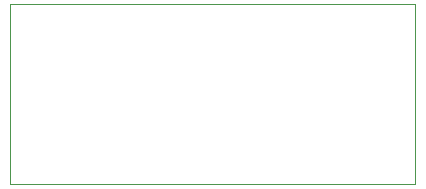
<source format=gbr>
G04 #@! TF.GenerationSoftware,KiCad,Pcbnew,5.1.5*
G04 #@! TF.CreationDate,2020-01-04T22:00:14+01:00*
G04 #@! TF.ProjectId,cs_ina220,63735f69-6e61-4323-9230-2e6b69636164,rev?*
G04 #@! TF.SameCoordinates,Original*
G04 #@! TF.FileFunction,Profile,NP*
%FSLAX46Y46*%
G04 Gerber Fmt 4.6, Leading zero omitted, Abs format (unit mm)*
G04 Created by KiCad (PCBNEW 5.1.5) date 2020-01-04 22:00:14*
%MOMM*%
%LPD*%
G04 APERTURE LIST*
%ADD10C,0.050000*%
G04 APERTURE END LIST*
D10*
X137160000Y-83820000D02*
X102870000Y-83820000D01*
X137160000Y-99060000D02*
X137160000Y-83820000D01*
X102870000Y-99060000D02*
X137160000Y-99060000D01*
X102870000Y-83820000D02*
X102870000Y-99060000D01*
M02*

</source>
